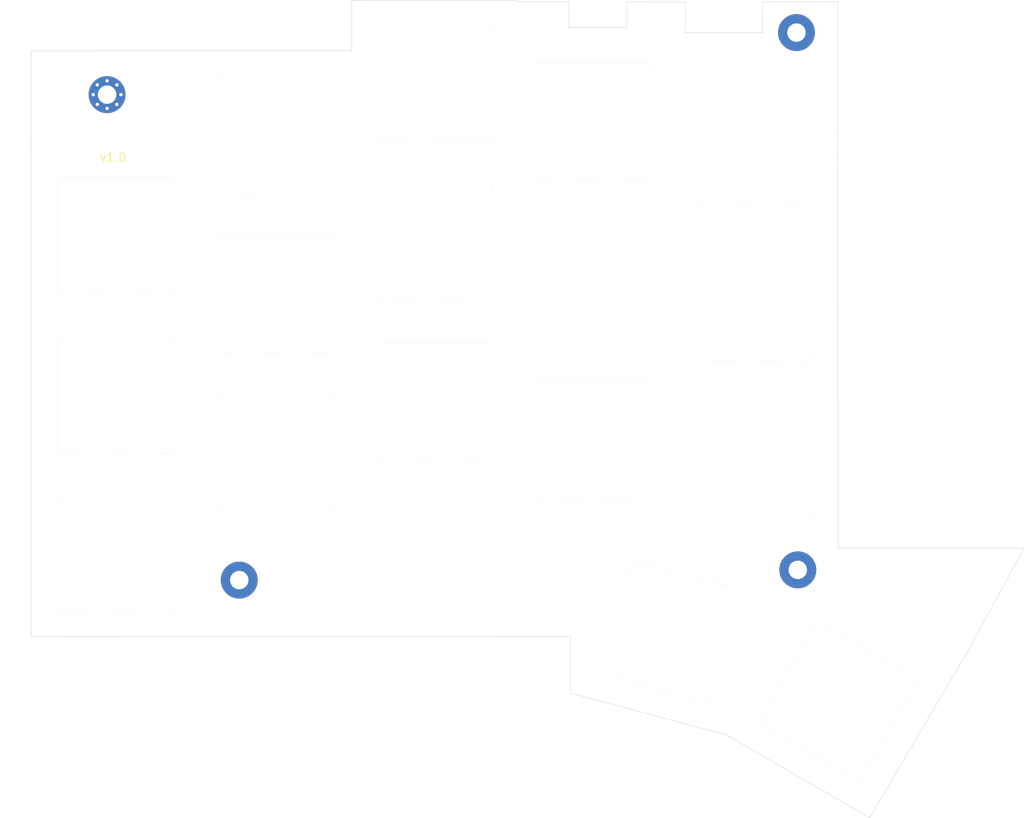
<source format=kicad_pcb>
(kicad_pcb (version 20211014) (generator pcbnew)
  (title_block (title "TOTEM split keyboard") (date "2022-11-03") (rev "0.3") (comment 1 "Made by GEIST"))
  (layers (0 "F.Cu" signal) (31 "B.Cu" signal) (34 "B.Paste" user) (35 "F.Paste" user) (36 "B.SilkS" user "B.Silkscreen") (37 "F.SilkS" user "F.Silkscreen") (38 "B.Mask" user) (39 "F.Mask" user) (44 "Edge.Cuts" user))
  (net 0 "")
  (footprint "Duckyb-Parts:MX-Plate-Cuts" (layer "F.Cu") (at 73.875162 52.834018)
    (fp_text reference "SW2" hide)
    (fp_text value "SW_Push" hide)
    (fp_line (start 7 -6.5) (end 7 6.5) (layer "Edge.Cuts") (width 0.010007))
    (fp_line (start -6.5 -7) (end 6.5 -7) (layer "Edge.Cuts") (width 0.010007))
    (fp_line (start -6.5 6.990924) (end 6.5 7) (layer "Edge.Cuts") (width 0.010007))
    (fp_line (start -7 -6.5) (end -7 6.490924) (layer "Edge.Cuts") (width 0.010007))
    (fp_arc (start -6.5 6.990924) (mid -6.853553 6.844477) (end -7 6.490924) (layer "Edge.Cuts") (width 0.010007))
    (fp_arc (start -7 -6.5) (mid -6.853553 -6.853553) (end -6.5 -7) (layer "Edge.Cuts") (width 0.010007))
    (fp_arc (start 7 6.5) (mid 6.853553 6.853553) (end 6.5 7) (layer "Edge.Cuts") (width 0.010007))
    (fp_arc (start 6.5 -7) (mid 6.853553 -6.853553) (end 7 -6.5) (layer "Edge.Cuts") (width 0.010007))
  )
  (footprint "Duckyb-Parts:MX-Plate-Cuts" (layer "F.Cu") (at 35.867662 108.986518)
    (fp_text reference "SW14" hide)
    (fp_text value "SW_Push" hide)
    (fp_line (start 7 -6.5) (end 7 6.5) (layer "Edge.Cuts") (width 0.010007))
    (fp_line (start -7 -6.5) (end -7 6.490924) (layer "Edge.Cuts") (width 0.010007))
    (fp_line (start -6.5 -7) (end 6.5 -7) (layer "Edge.Cuts") (width 0.010007))
    (fp_line (start -6.5 6.990924) (end 6.5 7) (layer "Edge.Cuts") (width 0.010007))
    (fp_arc (start 6.5 -7) (mid 6.853553 -6.853553) (end 7 -6.5) (layer "Edge.Cuts") (width 0.010007))
    (fp_arc (start 7 6.5) (mid 6.853553 6.853553) (end 6.5 7) (layer "Edge.Cuts") (width 0.010007))
    (fp_arc (start -6.5 6.990924) (mid -6.853553 6.844477) (end -7 6.490924) (layer "Edge.Cuts") (width 0.010007))
    (fp_arc (start -7 -6.5) (mid -6.853553 -6.853553) (end -6.5 -7) (layer "Edge.Cuts") (width 0.010007))
  )
  (footprint "Duckyb-Parts:MX-Plate-Cuts" (layer "F.Cu") (at 73.865162 90.844018)
    (fp_text reference "SW2" hide)
    (fp_text value "SW_Push" hide)
    (fp_line (start -7 -6.5) (end -7 6.490924) (layer "Edge.Cuts") (width 0.010007))
    (fp_line (start -6.5 6.990924) (end 6.5 7) (layer "Edge.Cuts") (width 0.010007))
    (fp_line (start 7 -6.5) (end 7 6.5) (layer "Edge.Cuts") (width 0.010007))
    (fp_line (start -6.5 -7) (end 6.5 -7) (layer "Edge.Cuts") (width 0.010007))
    (fp_arc (start -6.5 6.990924) (mid -6.853553 6.844477) (end -7 6.490924) (layer "Edge.Cuts") (width 0.010007))
    (fp_arc (start 6.5 -7) (mid 6.853553 -6.853553) (end 7 -6.5) (layer "Edge.Cuts") (width 0.010007))
    (fp_arc (start 7 6.5) (mid 6.853553 6.853553) (end 6.5 7) (layer "Edge.Cuts") (width 0.010007))
    (fp_arc (start -7 -6.5) (mid -6.853553 -6.853553) (end -6.5 -7) (layer "Edge.Cuts") (width 0.010007))
  )
  (footprint "MountingHole:MountingHole_2.2mm_M2_Pad_Via" (layer "F.Cu") (at 34.847662 54.186518)
    (fp_text reference "Mounting 04" hide)
    (fp_text value "MountingHole_2.2mm_M2_Pad_Via")
    (pad "1" thru_hole circle locked (at 1.65 0) (size 0.7 0.7) (drill 0.4) (layers F&B.Cu *.Mask))
    (pad "1" thru_hole circle locked (at 1.166726 1.166726) (size 0.7 0.7) (drill 0.4) (layers F&B.Cu *.Mask))
    (pad "1" thru_hole circle locked (at 0 -1.65) (size 0.7 0.7) (drill 0.4) (layers F&B.Cu *.Mask))
    (pad "1" thru_hole circle locked (at -1.65 0) (size 0.7 0.7) (drill 0.4) (layers F&B.Cu *.Mask))
    (pad "1" thru_hole circle locked (at -1.166726 1.166726) (size 0.7 0.7) (drill 0.4) (layers F&B.Cu *.Mask))
    (pad "1" thru_hole circle locked (at -1.166726 -1.166726) (size 0.7 0.7) (drill 0.4) (layers F&B.Cu *.Mask))
    (pad "1" thru_hole circle locked (at 0 0) (size 4.4 4.4) (drill 2.2) (layers F&B.Cu *.Mask))
    (pad "1" thru_hole circle locked (at 0 1.65) (size 0.7 0.7) (drill 0.4) (layers F&B.Cu *.Mask))
    (pad "1" thru_hole circle locked (at 1.166726 -1.166726) (size 0.7 0.7) (drill 0.4) (layers F&B.Cu *.Mask))
  )
  (footprint "Duckyb-Parts:MX-Plate-Cuts" (layer "F.Cu") (at 111.865162 97.984018)
    (fp_text reference "SW2" hide)
    (fp_text value "SW_Push" hide)
    (fp_line (start -7 -6.5) (end -7 6.490924) (layer "Edge.Cuts") (width 0.010007))
    (fp_line (start 7 -6.5) (end 7 6.5) (layer "Edge.Cuts") (width 0.010007))
    (fp_line (start -6.5 -7) (end 6.5 -7) (layer "Edge.Cuts") (width 0.010007))
    (fp_line (start -6.5 6.990924) (end 6.5 7) (layer "Edge.Cuts") (width 0.010007))
    (fp_arc (start -6.5 6.990924) (mid -6.853553 6.844477) (end -7 6.490924) (layer "Edge.Cuts") (width 0.010007))
    (fp_arc (start 6.5 -7) (mid 6.853553 -6.853553) (end 7 -6.5) (layer "Edge.Cuts") (width 0.010007))
    (fp_arc (start 7 6.5) (mid 6.853553 6.853553) (end 6.5 7) (layer "Edge.Cuts") (width 0.010007))
    (fp_arc (start -7 -6.5) (mid -6.853553 -6.853553) (end -6.5 -7) (layer "Edge.Cuts") (width 0.010007))
  )
  (footprint "" (layer "F.Cu") (at 50.607662 112.106518)
    (fp_text reference "" (at 0 0) (layer "F.SilkS") (effects (font (size 1.27 1.27))))
    (fp_text value "" (at 0 0) (layer "F.SilkS") (effects (font (size 1.27 1.27))))
    (pad "1" thru_hole circle locked (at 0 0) (size 4.4 4.4) (drill 2.2) (layers F&B.Cu *.Mask))
  )
  (footprint "" (layer "F.Cu") (at 117.047662 46.786518)
    (fp_text reference "" (at 0 0) (layer "F.SilkS") (effects (font (size 1.27 1.27))))
    (fp_text value "" (at 0 0) (layer "F.SilkS") (effects (font (size 1.27 1.27))))
    (pad "1" thru_hole circle locked (at 0 0) (size 4.4 4.4) (drill 2.2) (layers F&B.Cu *.Mask))
  )
  (footprint "Duckyb-Parts:MX-Plate-Cuts" (layer "F.Cu") (at 92.855162 95.424018)
    (fp_text reference "SW2" hide)
    (fp_text value "SW_Push" hide)
    (fp_line (start -6.5 -7) (end 6.5 -7) (layer "Edge.Cuts") (width 0.010007))
    (fp_line (start -7 -6.5) (end -7 6.490924) (layer "Edge.Cuts") (width 0.010007))
    (fp_line (start -6.5 6.990924) (end 6.5 7) (layer "Edge.Cuts") (width 0.010007))
    (fp_line (start 7 -6.5) (end 7 6.5) (layer "Edge.Cuts") (width 0.010007))
    (fp_arc (start 6.5 -7) (mid 6.853553 -6.853553) (end 7 -6.5) (layer "Edge.Cuts") (width 0.010007))
    (fp_arc (start -6.5 6.990924) (mid -6.853553 6.844477) (end -7 6.490924) (layer "Edge.Cuts") (width 0.010007))
    (fp_arc (start 7 6.5) (mid 6.853553 6.853553) (end 6.5 7) (layer "Edge.Cuts") (width 0.010007))
    (fp_arc (start -7 -6.5) (mid -6.853553 -6.853553) (end -6.5 -7) (layer "Edge.Cuts") (width 0.010007))
  )
  (footprint "Duckyb-Parts:MX-Plate-Cuts" (layer "F.Cu") (at 111.875162 78.974018)
    (fp_text reference "SW2" hide)
    (fp_text value "SW_Push" hide)
    (fp_line (start 7 -6.5) (end 7 6.5) (layer "Edge.Cuts") (width 0.010007))
    (fp_line (start -6.5 6.990924) (end 6.5 7) (layer "Edge.Cuts") (width 0.010007))
    (fp_line (start -7 -6.5) (end -7 6.490924) (layer "Edge.Cuts") (width 0.010007))
    (fp_line (start -6.5 -7) (end 6.5 -7) (layer "Edge.Cuts") (width 0.010007))
    (fp_arc (start -7 -6.5) (mid -6.853553 -6.853553) (end -6.5 -7) (layer "Edge.Cuts") (width 0.010007))
    (fp_arc (start 6.5 -7) (mid 6.853553 -6.853553) (end 7 -6.5) (layer "Edge.Cuts") (width 0.010007))
    (fp_arc (start 7 6.5) (mid 6.853553 6.853553) (end 6.5 7) (layer "Edge.Cuts") (width 0.010007))
    (fp_arc (start -6.5 6.990924) (mid -6.853553 6.844477) (end -7 6.490924) (layer "Edge.Cuts") (width 0.010007))
  )
  (footprint "Duckyb-Parts:MX-Plate-Cuts" (layer "F.Cu") (at 122.057662 126.516518 -30)
    (fp_text reference "SW20" hide)
    (fp_text value "SW_Push" hide)
    (fp_line (start -6.5 -7) (end 6.5 -7) (layer "Edge.Cuts") (width 0.010007))
    (fp_line (start 7 -6.5) (end 7 6.5) (layer "Edge.Cuts") (width 0.010007))
    (fp_line (start -7 -6.5) (end -7 6.490924) (layer "Edge.Cuts") (width 0.010007))
    (fp_line (start -6.5 6.990924) (end 6.5 7) (layer "Edge.Cuts") (width 0.010007))
    (fp_arc (start 7 6.5) (mid 6.853553 6.853553) (end 6.5 7) (layer "Edge.Cuts") (width 0.010007))
    (fp_arc (start -6.5 6.990924) (mid -6.853553 6.844477) (end -7 6.490924) (layer "Edge.Cuts") (width 0.010007))
    (fp_arc (start -7 -6.5) (mid -6.853553 -6.853553) (end -6.5 -7) (layer "Edge.Cuts") (width 0.010007))
    (fp_arc (start 6.5 -7) (mid 6.853553 -6.853553) (end 7 -6.5) (layer "Edge.Cuts") (width 0.010007))
  )
  (footprint "Duckyb-Parts:MX-Plate-Cuts" (layer "F.Cu") (at 111.875162 59.974018)
    (fp_text reference "SW2" hide)
    (fp_text value "SW_Push" hide)
    (fp_line (start 7 -6.5) (end 7 6.5) (layer "Edge.Cuts") (width 0.010007))
    (fp_line (start -6.5 6.990924) (end 6.5 7) (layer "Edge.Cuts") (width 0.010007))
    (fp_line (start -7 -6.5) (end -7 6.490924) (layer "Edge.Cuts") (width 0.010007))
    (fp_line (start -6.5 -7) (end 6.5 -7) (layer "Edge.Cuts") (width 0.010007))
    (fp_arc (start -6.5 6.990924) (mid -6.853553 6.844477) (end -7 6.490924) (layer "Edge.Cuts") (width 0.010007))
    (fp_arc (start 6.5 -7) (mid 6.853553 -6.853553) (end 7 -6.5) (layer "Edge.Cuts") (width 0.010007))
    (fp_arc (start -7 -6.5) (mid -6.853553 -6.853553) (end -6.5 -7) (layer "Edge.Cuts") (width 0.010007))
    (fp_arc (start 7 6.5) (mid 6.853553 6.853553) (end 6.5 7) (layer "Edge.Cuts") (width 0.010007))
  )
  (footprint "" (layer "F.Cu") (at 117.207662 110.886518)
    (fp_text reference "" (at 0 0) (layer "F.SilkS") (effects (font (size 1.27 1.27))))
    (fp_text value "" (at 0 0) (layer "F.SilkS") (effects (font (size 1.27 1.27))))
    (pad "1" thru_hole circle locked (at 0 0) (size 4.4 4.4) (drill 2.2) (layers F&B.Cu *.Mask))
  )
  (footprint "Duckyb-Parts:MX-Plate-Cuts" (layer "F.Cu") (at 92.865162 57.414018)
    (fp_text reference "SW2" hide)
    (fp_text value "SW_Push" hide)
    (fp_line (start -6.5 -7) (end 6.5 -7) (layer "Edge.Cuts") (width 0.010007))
    (fp_line (start 7 -6.5) (end 7 6.5) (layer "Edge.Cuts") (width 0.010007))
    (fp_line (start -6.5 6.990924) (end 6.5 7) (layer "Edge.Cuts") (width 0.010007))
    (fp_line (start -7 -6.5) (end -7 6.490924) (layer "Edge.Cuts") (width 0.010007))
    (fp_arc (start -7 -6.5) (mid -6.853553 -6.853553) (end -6.5 -7) (layer "Edge.Cuts") (width 0.010007))
    (fp_arc (start 7 6.5) (mid 6.853553 6.853553) (end 6.5 7) (layer "Edge.Cuts") (width 0.010007))
    (fp_arc (start 6.5 -7) (mid 6.853553 -6.853553) (end 7 -6.5) (layer "Edge.Cuts") (width 0.010007))
    (fp_arc (start -6.5 6.990924) (mid -6.853553 6.844477) (end -7 6.490924) (layer "Edge.Cuts") (width 0.010007))
  )
  (footprint "Duckyb-Parts:MX-Plate-Cuts" (layer "F.Cu") (at 54.875162 58.974018)
    (fp_text reference "SW2" hide)
    (fp_text value "SW_Push" hide)
    (fp_line (start 7 -6.5) (end 7 6.5) (layer "Edge.Cuts") (width 0.010007))
    (fp_line (start -6.5 -7) (end 6.5 -7) (layer "Edge.Cuts") (width 0.010007))
    (fp_line (start -7 -6.5) (end -7 6.490924) (layer "Edge.Cuts") (width 0.010007))
    (fp_line (start -6.5 6.990924) (end 6.5 7) (layer "Edge.Cuts") (width 0.010007))
    (fp_arc (start 6.5 -7) (mid 6.853553 -6.853553) (end 7 -6.5) (layer "Edge.Cuts") (width 0.010007))
    (fp_arc (start -7 -6.5) (mid -6.853553 -6.853553) (end -6.5 -7) (layer "Edge.Cuts") (width 0.010007))
    (fp_arc (start 7 6.5) (mid 6.853553 6.853553) (end 6.5 7) (layer "Edge.Cuts") (width 0.010007))
    (fp_arc (start -6.5 6.990924) (mid -6.853553 6.844477) (end -7 6.490924) (layer "Edge.Cuts") (width 0.010007))
  )
  (footprint "Duckyb-Parts:MX-Plate-Cuts" (layer "F.Cu") (at 54.865162 96.984018)
    (fp_text reference "SW2" hide)
    (fp_text value "SW_Push" hide)
    (fp_line (start -7 -6.5) (end -7 6.490924) (layer "Edge.Cuts") (width 0.010007))
    (fp_line (start -6.5 6.990924) (end 6.5 7) (layer "Edge.Cuts") (width 0.010007))
    (fp_line (start -6.5 -7) (end 6.5 -7) (layer "Edge.Cuts") (width 0.010007))
    (fp_line (start 7 -6.5) (end 7 6.5) (layer "Edge.Cuts") (width 0.010007))
    (fp_arc (start -7 -6.5) (mid -6.853553 -6.853553) (end -6.5 -7) (layer "Edge.Cuts") (width 0.010007))
    (fp_arc (start -6.5 6.990924) (mid -6.853553 6.844477) (end -7 6.490924) (layer "Edge.Cuts") (width 0.010007))
    (fp_arc (start 6.5 -7) (mid 6.853553 -6.853553) (end 7 -6.5) (layer "Edge.Cuts") (width 0.010007))
    (fp_arc (start 7 6.5) (mid 6.853553 6.853553) (end 6.5 7) (layer "Edge.Cuts") (width 0.010007))
  )
  (footprint "Duckyb-Parts:MX-Plate-Cuts" (layer "F.Cu") (at 54.875162 77.974018)
    (fp_text reference "SW2" hide)
    (fp_text value "SW_Push" hide)
    (fp_line (start -6.5 6.990924) (end 6.5 7) (layer "Edge.Cuts") (width 0.010007))
    (fp_line (start 7 -6.5) (end 7 6.5) (layer "Edge.Cuts") (width 0.010007))
    (fp_line (start -6.5 -7) (end 6.5 -7) (layer "Edge.Cuts") (width 0.010007))
    (fp_line (start -7 -6.5) (end -7 6.490924) (layer "Edge.Cuts") (width 0.010007))
    (fp_arc (start 6.5 -7) (mid 6.853553 -6.853553) (end 7 -6.5) (layer "Edge.Cuts") (width 0.010007))
    (fp_arc (start 7 6.5) (mid 6.853553 6.853553) (end 6.5 7) (layer "Edge.Cuts") (width 0.010007))
    (fp_arc (start -6.5 6.990924) (mid -6.853553 6.844477) (end -7 6.490924) (layer "Edge.Cuts") (width 0.010007))
    (fp_arc (start -7 -6.5) (mid -6.853553 -6.853553) (end -6.5 -7) (layer "Edge.Cuts") (width 0.010007))
  )
  (footprint "Duckyb-Parts:MX-Plate-Cuts" (layer "F.Cu") (at 102.149662 118.264518 -15)
    (fp_text reference "SW21" hide)
    (fp_text value "SW_Push" hide)
    (fp_line (start -6.5 -7) (end 6.5 -7) (layer "Edge.Cuts") (width 0.010007))
    (fp_line (start -6.5 6.990924) (end 6.5 7) (layer "Edge.Cuts") (width 0.010007))
    (fp_line (start -7 -6.5) (end -7 6.490924) (layer "Edge.Cuts") (width 0.010007))
    (fp_line (start 7 -6.5) (end 7 6.5) (layer "Edge.Cuts") (width 0.010007))
    (fp_arc (start 7 6.5) (mid 6.853553 6.853553) (end 6.5 7) (layer "Edge.Cuts") (width 0.010007))
    (fp_arc (start 6.5 -7) (mid 6.853553 -6.853553) (end 7 -6.5) (layer "Edge.Cuts") (width 0.010007))
    (fp_arc (start -6.5 6.990924) (mid -6.853553 6.844477) (end -7 6.490924) (layer "Edge.Cuts") (width 0.010007))
    (fp_arc (start -7 -6.5) (mid -6.853554 -6.853553) (end -6.5 -7) (layer "Edge.Cuts") (width 0.010007))
  )
  (footprint "Duckyb-Parts:MX-Plate-Cuts" (layer "F.Cu") (at 73.85 71.8)
    (fp_text reference "SW2" hide)
    (fp_text value "SW_Push" hide)
    (fp_line (start 7 -6.5) (end 7 6.5) (layer "Edge.Cuts") (width 0.010007))
    (fp_line (start -6.5 -7) (end 6.5 -7) (layer "Edge.Cuts") (width 0.010007))
    (fp_line (start -6.5 6.990924) (end 6.5 7) (layer "Edge.Cuts") (width 0.010007))
    (fp_line (start -7 -6.5) (end -7 6.490924) (layer "Edge.Cuts") (width 0.010007))
    (fp_arc (start -7 -6.5) (mid -6.853553 -6.853553) (end -6.5 -7) (layer "Edge.Cuts") (width 0.010007))
    (fp_arc (start -6.5 6.990924) (mid -6.853553 6.844477) (end -7 6.490924) (layer "Edge.Cuts") (width 0.010007))
    (fp_arc (start 6.5 -7) (mid 6.853553 -6.853553) (end 7 -6.5) (layer "Edge.Cuts") (width 0.010007))
    (fp_arc (start 7 6.5) (mid 6.853553 6.853553) (end 6.5 7) (layer "Edge.Cuts") (width 0.010007))
  )
  (footprint "Duckyb-Parts:MX-Plate-Cuts" (layer "F.Cu") (at 35.877662 89.976518)
    (fp_text reference "SW8" hide)
    (fp_text value "SW_Push" hide)
    (fp_line (start -7 -6.5) (end -7 6.490924) (layer "Edge.Cuts") (width 0.010007))
    (fp_line (start 7 -6.5) (end 7 6.5) (layer "Edge.Cuts") (width 0.010007))
    (fp_line (start -6.5 -7) (end 6.5 -7) (layer "Edge.Cuts") (width 0.010007))
    (fp_line (start -6.5 6.990924) (end 6.5 7) (layer "Edge.Cuts") (width 0.010007))
    (fp_arc (start 6.5 -7) (mid 6.853553 -6.853553) (end 7 -6.5) (layer "Edge.Cuts") (width 0.010007))
    (fp_arc (start -7 -6.5) (mid -6.853553 -6.853553) (end -6.5 -7) (layer "Edge.Cuts") (width 0.010007))
    (fp_arc (start -6.5 6.990924) (mid -6.853553 6.844477) (end -7 6.490924) (layer "Edge.Cuts") (width 0.010007))
    (fp_arc (start 7 6.5) (mid 6.853553 6.853553) (end 6.5 7) (layer "Edge.Cuts") (width 0.010007))
  )
  (footprint "Duckyb-Parts:MX-Plate-Cuts" (layer "F.Cu") (at 35.877662 70.976518)
    (fp_text reference "SW2" hide)
    (fp_text value "SW_Push" hide)
    (fp_line (start -6.5 6.990924) (end 6.5 7) (layer "Edge.Cuts") (width 0.010007))
    (fp_line (start 7 -6.5) (end 7 6.5) (layer "Edge.Cuts") (width 0.010007))
    (fp_line (start -7 -6.5) (end -7 6.490924) (layer "Edge.Cuts") (width 0.010007))
    (fp_line (start -6.5 -7) (end 6.5 -7) (layer "Edge.Cuts") (width 0.010007))
    (fp_arc (start 7 6.5) (mid 6.853553 6.853553) (end 6.5 7) (layer "Edge.Cuts") (width 0.010007))
    (fp_arc (start -7 -6.5) (mid -6.853553 -6.853553) (end -6.5 -7) (layer "Edge.Cuts") (width 0.010007))
    (fp_arc (start 6.5 -7) (mid 6.853553 -6.853553) (end 7 -6.5) (layer "Edge.Cuts") (width 0.010007))
    (fp_arc (start -6.5 6.990924) (mid -6.853553 6.844477) (end -7 6.490924) (layer "Edge.Cuts") (width 0.010007))
  )
  (footprint "Duckyb-Parts:MX-Plate-Cuts" (layer "F.Cu") (at 92.865162 76.414018)
    (fp_text reference "SW2" hide)
    (fp_text value "SW_Push" hide)
    (fp_line (start -7 -6.5) (end -7 6.490924) (layer "Edge.Cuts") (width 0.010007))
    (fp_line (start 7 -6.5) (end 7 6.5) (layer "Edge.Cuts") (width 0.010007))
    (fp_line (start -6.5 -7) (end 6.5 -7) (layer "Edge.Cuts") (width 0.010007))
    (fp_line (start -6.5 6.990924) (end 6.5 7) (layer "Edge.Cuts") (width 0.010007))
    (fp_arc (start 6.5 -7) (mid 6.853553 -6.853553) (end 7 -6.5) (layer "Edge.Cuts") (width 0.010007))
    (fp_arc (start -6.5 6.990924) (mid -6.853553 6.844477) (end -7 6.490924) (layer "Edge.Cuts") (width 0.010007))
    (fp_arc (start -7 -6.5) (mid -6.853553 -6.853553) (end -6.5 -7) (layer "Edge.Cuts") (width 0.010007))
    (fp_arc (start 7 6.5) (mid 6.853553 6.853553) (end 6.5 7) (layer "Edge.Cuts") (width 0.010007))
  )
  (gr_line (start 26.707662 48.960664) (end 44.737662 48.956518) (layer "Edge.Cuts") (width 0.05))
  (gr_line (start 113 46.775) (end 113 43.125) (layer "Edge.Cuts") (width 0.05))
  (gr_line (start 103.8 43.15) (end 103.8 46.775) (layer "Edge.Cuts") (width 0.05))
  (gr_line (start 65.477117 42.925962) (end 65.587117 42.925962) (layer "Edge.Cuts") (width 0.05))
  (gr_line (start 121.952662 43.105386) (end 121.022662 43.104445) (layer "Edge.Cuts") (width 0.05))
  (gr_line (start 65.387117 42.925962) (end 65.477117 42.925962) (layer "Edge.Cuts") (width 0.05))
  (gr_line (start 25.80552 115.092197) (end 25.802662 60.801939) (layer "Edge.Cuts") (width 0.05))
  (gr_line (start 84.962662 43.112737) (end 89.925 43.125) (layer "Edge.Cuts") (width 0.05))
  (gr_line (start 65.387117 42.925962) (end 64.522117 42.925962) (layer "Edge.Cuts") (width 0.05))
  (gr_line (start 121.952662 43.105386) (end 121.947668 47.076518) (layer "Edge.Cuts") (width 0.05))
  (gr_line (start 45.797662 48.955529) (end 44.737662 48.956518) (layer "Edge.Cuts") (width 0.05))
  (gr_line (start 83.617117 42.921816) (end 83.817662 42.921816) (layer "Edge.Cuts") (width 0.05))
  (gr_line (start 84.962662 43.112737) (end 83.817662 43.116518) (layer "Edge.Cuts") (width 0.05))
  (gr_line (start 26.707662 48.960664) (end 26.007651 48.961653) (layer "Edge.Cuts") (width 0.05))
  (gr_line (start 65.587117 42.925962) (end 83.617117 42.921816) (layer "Edge.Cuts") (width 0.05))
  (gr_line (start 25.80552 115.092197) (end 25.807662 118.846518) (layer "Edge.Cuts") (width 0.05))
  (gr_line (start 90.087662 125.576518) (end 108.747662 130.596518) (layer "Edge.Cuts") (width 0.05))
  (gr_line (start 137.539341 120.48091) (end 144.175 108.3) (layer "Edge.Cuts") (width 0.05))
  (gr_line (start 25.802651 59.37762) (end 25.807662 54.776518) (layer "Edge.Cuts") (width 0.05))
  (gr_line (start 122 108.3) (end 144.175 108.3) (layer "Edge.Cuts") (width 0.05))
  (gr_line (start 137.539341 120.48091) (end 125.777662 140.466518) (layer "Edge.Cuts") (width 0.05))
  (gr_line (start 103.8 43.15) (end 96.825 43.125) (layer "Edge.Cuts") (width 0.05))
  (gr_line (start 25.807662 54.776518) (end 25.807662 48.961653) (layer "Edge.Cuts") (width 0.05))
  (gr_line (start 25.807662 48.961653) (end 26.007651 48.961653) (layer "Edge.Cuts") (width 0.05))
  (gr_line (start 45.997662 48.955529) (end 64.027662 48.951383) (layer "Edge.Cuts") (width 0.05))
  (gr_line (start 89.9 46.2) (end 96.825 46.2) (layer "Edge.Cuts") (width 0.05))
  (gr_line (start 96.825 46.2) (end 96.825 43.125) (layer "Edge.Cuts") (width 0.05))
  (gr_line (start 45.797662 48.955529) (end 45.887662 48.955529) (layer "Edge.Cuts") (width 0.05))
  (gr_line (start 25.802651 59.917074) (end 25.802651 60.742074) (layer "Edge.Cuts") (width 0.05))
  (gr_line (start 64.032662 42.925962) (end 64.522117 42.925962) (layer "Edge.Cuts") (width 0.05))
  (gr_line (start 103.8 46.775) (end 113 46.775) (layer "Edge.Cuts") (width 0.05))
  (gr_line (start 121.947668 47.076518) (end 122 108.3) (layer "Edge.Cuts") (width 0.05))
  (gr_line (start 64.027651 48.066518) (end 64.027651 48.891518) (layer "Edge.Cuts") (width 0.05))
  (gr_line (start 45.887662 48.955529) (end 45.997662 48.955529) (layer "Edge.Cuts") (width 0.05))
  (gr_line (start 108.747662 130.596518) (end 125.777662 140.466518) (layer "Edge.Cuts") (width 0.05))
  (gr_line (start 89.925 43.125) (end 89.9 46.2) (layer "Edge.Cuts") (width 0.05))
  (gr_line (start 25.807662 118.846518) (end 90.087662 118.826518) (layer "Edge.Cuts") (width 0.05))
  (gr_line (start 64.027651 47.527064) (end 64.027651 48.066518) (layer "Edge.Cuts") (width 0.05))
  (gr_line (start 25.802651 60.742074) (end 25.802662 60.801939) (layer "Edge.Cuts") (width 0.05))
  (gr_line (start 113 43.125) (end 121.022662 43.104445) (layer "Edge.Cuts") (width 0.05))
  (gr_line (start 64.027651 47.527064) (end 64.032662 42.925962) (layer "Edge.Cuts") (width 0.05))
  (gr_line (start 90.087662 118.826518) (end 90.087662 125.576518) (layer "Edge.Cuts") (width 0.05))
  (gr_line (start 64.027651 48.891518) (end 64.027662 48.951383) (layer "Edge.Cuts") (width 0.05))
  (gr_line (start 83.817662 43.116518) (end 83.817662 42.921816) (layer "Edge.Cuts") (width 0.05))
  (gr_line (start 25.802651 59.37762) (end 25.802651 59.917074) (layer "Edge.Cuts") (width 0.05))
  (gr_text "v1.0" (at 35.581662 61.667518) (layer "F.SilkS") (effects (font (size 1 1))))
)
</source>
